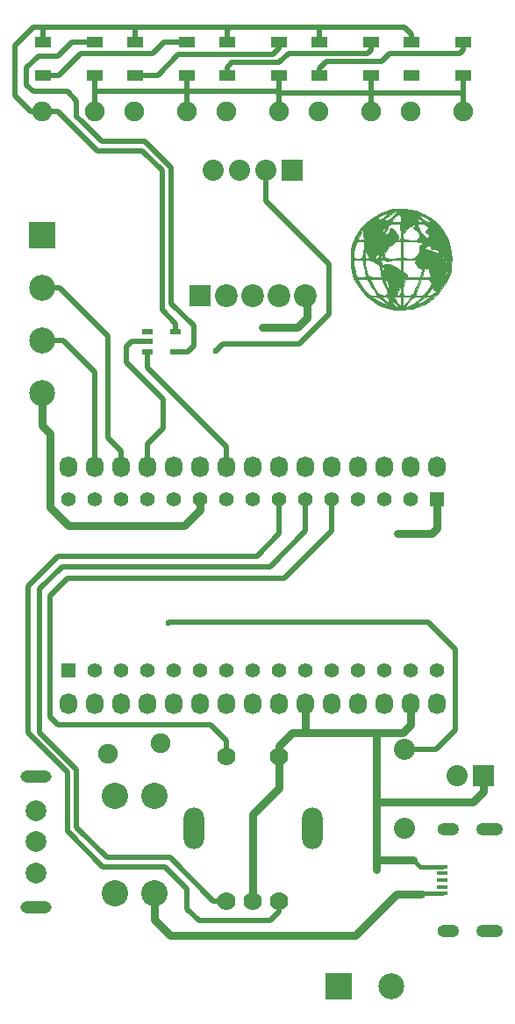
<source format=gbr>
G04 #@! TF.FileFunction,Copper,L1,Top,Signal*
%FSLAX46Y46*%
G04 Gerber Fmt 4.6, Leading zero omitted, Abs format (unit mm)*
G04 Created by KiCad (PCBNEW 4.0.4-stable) date 09/06/17 13:59:15*
%MOMM*%
%LPD*%
G01*
G04 APERTURE LIST*
%ADD10C,0.500000*%
%ADD11C,0.010000*%
%ADD12R,2.032000X2.032000*%
%ADD13C,2.032000*%
%ADD14C,1.905000*%
%ADD15O,1.727200X2.032000*%
%ADD16C,2.540000*%
%ADD17C,2.000000*%
%ADD18O,3.000000X1.200000*%
%ADD19R,1.100000X0.450000*%
%ADD20O,2.100000X1.200000*%
%ADD21O,2.600000X1.200000*%
%ADD22R,2.100580X2.100580*%
%ADD23C,2.199640*%
%ADD24R,2.499360X2.499360*%
%ADD25C,2.499360*%
%ADD26C,1.397000*%
%ADD27R,1.397000X1.397000*%
%ADD28C,0.010000*%
%ADD29C,1.778000*%
%ADD30O,1.998980X4.000500*%
%ADD31R,1.600000X1.000000*%
%ADD32R,1.000000X0.550000*%
%ADD33C,0.600000*%
%ADD34C,0.508000*%
%ADD35C,0.762000*%
%ADD36C,0.381000*%
G04 APERTURE END LIST*
D10*
D11*
G36*
X39346092Y80768486D02*
X39908908Y80723429D01*
X40383235Y80634807D01*
X40456706Y80613542D01*
X41273578Y80274299D01*
X42022366Y79794203D01*
X42552072Y79318761D01*
X43011128Y78790669D01*
X43357358Y78268757D01*
X43631748Y77688380D01*
X43701661Y77505568D01*
X43810208Y77080991D01*
X43877463Y76548005D01*
X43902724Y75962601D01*
X43885288Y75380766D01*
X43824454Y74858491D01*
X43739268Y74506667D01*
X43367352Y73639657D01*
X42874998Y72883171D01*
X42269541Y72245797D01*
X41558312Y71736122D01*
X41221847Y71558390D01*
X40843794Y71391722D01*
X40461020Y71245788D01*
X40140552Y71145533D01*
X40064332Y71127628D01*
X39706714Y71079357D01*
X39254732Y71053038D01*
X38782094Y71049998D01*
X38362508Y71071564D01*
X38184666Y71093786D01*
X37718855Y71209794D01*
X37198494Y71399168D01*
X36702263Y71630762D01*
X36432875Y71787273D01*
X35867718Y72225924D01*
X36322000Y72225924D01*
X36392788Y72155492D01*
X36582380Y72033474D01*
X36856614Y71880915D01*
X37009137Y71802590D01*
X37373528Y71627621D01*
X37643621Y71512920D01*
X37805182Y71462971D01*
X37843980Y71482259D01*
X37756224Y71567193D01*
X37619753Y71676597D01*
X37540248Y71741426D01*
X38190106Y71741426D01*
X38247397Y71604817D01*
X38357298Y71474632D01*
X38506337Y71353720D01*
X38648111Y71292979D01*
X38737631Y71302067D01*
X38736264Y71317756D01*
X39476409Y71317756D01*
X39518507Y71299848D01*
X39574702Y71317279D01*
X39761329Y71366830D01*
X39834202Y71374000D01*
X39953498Y71422093D01*
X40154601Y71546090D01*
X40265702Y71623855D01*
X40627351Y71623855D01*
X40641151Y71596793D01*
X40753851Y71628532D01*
X40767000Y71633157D01*
X40999427Y71732897D01*
X41279446Y71875799D01*
X41376457Y71930558D01*
X41652293Y72106355D01*
X41773844Y72223826D01*
X41743950Y72287769D01*
X41597496Y72303592D01*
X41357535Y72232632D01*
X41048671Y72019404D01*
X40936333Y71922529D01*
X40722421Y71726754D01*
X40627351Y71623855D01*
X40265702Y71623855D01*
X40396736Y71715572D01*
X40639129Y71900119D01*
X40841007Y72069312D01*
X40961597Y72192730D01*
X40978666Y72227844D01*
X40903142Y72274749D01*
X40712770Y72302292D01*
X40610920Y72305334D01*
X40394331Y72292663D01*
X40234297Y72233409D01*
X40075046Y72095708D01*
X39906977Y71903167D01*
X39661686Y71603620D01*
X39521149Y71413748D01*
X39476409Y71317756D01*
X38736264Y71317756D01*
X38729908Y71390645D01*
X38727401Y71395167D01*
X38593805Y71583738D01*
X38437586Y71743258D01*
X38304855Y71830900D01*
X38257026Y71832061D01*
X38190106Y71741426D01*
X37540248Y71741426D01*
X37407294Y71849836D01*
X37239504Y71987834D01*
X36909333Y72215380D01*
X36806854Y72248000D01*
X37253333Y72248000D01*
X37312398Y72163023D01*
X37460525Y72018503D01*
X37528500Y71959654D01*
X37701547Y71821491D01*
X37786722Y71787615D01*
X37822791Y71849901D01*
X37831528Y71896145D01*
X37832978Y72097541D01*
X37813019Y72184491D01*
X37774566Y72213750D01*
X38354000Y72213750D01*
X38401861Y72113433D01*
X38521633Y71935782D01*
X38677600Y71727282D01*
X38834043Y71534423D01*
X38955245Y71403691D01*
X38999199Y71374000D01*
X39016802Y71450603D01*
X39028474Y71648194D01*
X39031333Y71839667D01*
X39031333Y72305334D01*
X39200666Y72305334D01*
X39204460Y71818500D01*
X39208254Y71331667D01*
X39585460Y71752682D01*
X39776959Y71975596D01*
X39912726Y72151147D01*
X39962666Y72239515D01*
X39886958Y72278776D01*
X39695417Y72302320D01*
X39581666Y72305334D01*
X39200666Y72305334D01*
X39031333Y72305334D01*
X38692666Y72305334D01*
X38480498Y72285022D01*
X38362603Y72234259D01*
X38354000Y72213750D01*
X37774566Y72213750D01*
X37720317Y72255027D01*
X37551297Y72298738D01*
X37375992Y72307678D01*
X37264440Y72273900D01*
X37253333Y72248000D01*
X36806854Y72248000D01*
X36632739Y72303422D01*
X36588446Y72305334D01*
X36404774Y72283319D01*
X36322337Y72229928D01*
X36322000Y72225924D01*
X35867718Y72225924D01*
X35844751Y72243750D01*
X35307538Y72805899D01*
X34849426Y73435189D01*
X34582818Y73935167D01*
X34882983Y73935167D01*
X34937525Y73778396D01*
X35080001Y73539103D01*
X35280223Y73256092D01*
X35507998Y72968169D01*
X35733137Y72714136D01*
X35925450Y72532800D01*
X36022343Y72470705D01*
X36238144Y72414657D01*
X36471227Y72396382D01*
X36646318Y72419324D01*
X36682907Y72440464D01*
X36665774Y72530797D01*
X36569198Y72712151D01*
X36455663Y72884964D01*
X36253561Y73187132D01*
X36056688Y73505562D01*
X35980387Y73638834D01*
X35856949Y73847763D01*
X35817619Y73884794D01*
X36068000Y73884794D01*
X36114288Y73753777D01*
X36235069Y73529784D01*
X36403213Y73255289D01*
X36591591Y72972766D01*
X36773074Y72724691D01*
X36914437Y72559563D01*
X37129938Y72434669D01*
X37383473Y72407284D01*
X37607447Y72476490D01*
X37691560Y72558542D01*
X38583104Y72558542D01*
X38604657Y72434262D01*
X38763158Y72401559D01*
X38806489Y72406325D01*
X38909449Y72440158D01*
X38967260Y72531844D01*
X38995242Y72722513D01*
X39002356Y72875106D01*
X39199959Y72875106D01*
X39208513Y72614565D01*
X39251354Y72454479D01*
X39261014Y72442542D01*
X39375335Y72411290D01*
X39593659Y72402634D01*
X39705514Y72407264D01*
X39899913Y72425130D01*
X40033140Y72469286D01*
X40067281Y72501699D01*
X40434578Y72501699D01*
X40436044Y72462191D01*
X40550653Y72409779D01*
X40761996Y72392176D01*
X41001244Y72408644D01*
X41199570Y72458445D01*
X41225152Y72470646D01*
X41236173Y72480316D01*
X41571333Y72480316D01*
X41634506Y72396722D01*
X41793627Y72395526D01*
X42003094Y72466184D01*
X42217308Y72598154D01*
X42268497Y72641519D01*
X42431695Y72796175D01*
X42477178Y72870088D01*
X42415169Y72893450D01*
X42354500Y72895519D01*
X42200796Y72945851D01*
X42164000Y73025000D01*
X42123622Y73137749D01*
X42089382Y73152000D01*
X41993714Y73088447D01*
X41852618Y72933889D01*
X41707861Y72742480D01*
X41601208Y72568374D01*
X41571333Y72480316D01*
X41236173Y72480316D01*
X41349730Y72579951D01*
X41525473Y72785197D01*
X41695079Y73014813D01*
X41864036Y73268678D01*
X41947541Y73435100D01*
X41959586Y73563693D01*
X41914162Y73704071D01*
X41899158Y73738501D01*
X41809082Y73900840D01*
X41689344Y73976697D01*
X41478513Y73998080D01*
X41399866Y73998667D01*
X41015735Y73998667D01*
X40703582Y73266524D01*
X40572422Y72941224D01*
X40478527Y72673573D01*
X40434578Y72501699D01*
X40067281Y72501699D01*
X40141305Y72571974D01*
X40260516Y72765439D01*
X40397327Y73025000D01*
X40603740Y73424572D01*
X40729378Y73696617D01*
X40768113Y73865601D01*
X40713813Y73955991D01*
X40560350Y73992254D01*
X40301594Y73998855D01*
X40153386Y73998667D01*
X39486029Y73998667D01*
X39343347Y73699461D01*
X39271045Y73473554D01*
X39222026Y73180102D01*
X39199959Y72875106D01*
X39002356Y72875106D01*
X39005397Y72940334D01*
X39009267Y73201649D01*
X38997065Y73306350D01*
X38966355Y73266606D01*
X38949825Y73217768D01*
X38842903Y72981215D01*
X38701748Y72763316D01*
X38583104Y72558542D01*
X37691560Y72558542D01*
X37703561Y72570248D01*
X37729821Y72689477D01*
X37690298Y72885370D01*
X37577649Y73187074D01*
X37506299Y73353415D01*
X37290917Y73843513D01*
X37487638Y73843513D01*
X37541183Y73663742D01*
X37607980Y73490667D01*
X37712430Y73256408D01*
X37794587Y73102673D01*
X37826102Y73067334D01*
X37842029Y73141822D01*
X37831822Y73328869D01*
X37821234Y73418203D01*
X37737194Y73723799D01*
X37590840Y73887798D01*
X37490858Y73912704D01*
X37487638Y73843513D01*
X37290917Y73843513D01*
X37222731Y73998667D01*
X36645365Y73998667D01*
X36317564Y73988859D01*
X36133598Y73956209D01*
X36068930Y73895876D01*
X36068000Y73884794D01*
X35817619Y73884794D01*
X35743567Y73954515D01*
X35578518Y73993383D01*
X35332742Y73998667D01*
X35082660Y73987884D01*
X34919383Y73960156D01*
X34882983Y73935167D01*
X34582818Y73935167D01*
X34498607Y74093089D01*
X34288346Y74718381D01*
X34225905Y75143414D01*
X34198937Y75668934D01*
X34201590Y75871064D01*
X34433938Y75871064D01*
X34485193Y75322182D01*
X34532980Y74977815D01*
X34603670Y74653880D01*
X34662904Y74470650D01*
X34749012Y74291192D01*
X34849206Y74201802D01*
X35020760Y74171198D01*
X35217013Y74168000D01*
X35459627Y74179310D01*
X35613925Y74208257D01*
X35643244Y74231500D01*
X35626674Y74337629D01*
X35583475Y74568777D01*
X35521395Y74884154D01*
X35486447Y75057000D01*
X35379731Y75580368D01*
X35560000Y75580368D01*
X35585688Y75331483D01*
X35651716Y75014942D01*
X35741531Y74691218D01*
X35838578Y74420779D01*
X35917672Y74273834D01*
X36058018Y74211176D01*
X36339505Y74175149D01*
X36590203Y74168000D01*
X37176339Y74168000D01*
X37120597Y74485500D01*
X37050106Y74880936D01*
X37013326Y75046391D01*
X37182217Y75046391D01*
X37203315Y74961828D01*
X37272836Y74868111D01*
X37357708Y74915843D01*
X37411998Y75031429D01*
X37356344Y75114856D01*
X37243548Y75174389D01*
X37201951Y75160841D01*
X37182217Y75046391D01*
X37013326Y75046391D01*
X36991087Y75146427D01*
X36923342Y75318372D01*
X36826673Y75433170D01*
X36680879Y75527222D01*
X36487808Y75625805D01*
X36244592Y75732458D01*
X37115384Y75732458D01*
X37117274Y75727409D01*
X37163835Y75536681D01*
X37168666Y75473409D01*
X37233917Y75378388D01*
X37380607Y75357825D01*
X37535137Y75418072D01*
X37559773Y75439641D01*
X37695410Y75469381D01*
X37925605Y75426892D01*
X38203002Y75332322D01*
X38480245Y75205826D01*
X38709980Y75067553D01*
X38844850Y74937655D01*
X38862000Y74885493D01*
X38908409Y74774224D01*
X38946666Y74760667D01*
X38990910Y74838425D01*
X39021201Y75044407D01*
X39031333Y75311000D01*
X39031333Y75861334D01*
X39200666Y75861334D01*
X39200666Y75282257D01*
X39205747Y74971979D01*
X39230192Y74786883D01*
X39287807Y74682911D01*
X39392398Y74616002D01*
X39412333Y74606739D01*
X39578710Y74470390D01*
X39624000Y74339149D01*
X39638654Y74251464D01*
X39706116Y74200129D01*
X39861633Y74175583D01*
X40140454Y74168265D01*
X40255020Y74168000D01*
X40886040Y74168000D01*
X41067566Y74168000D01*
X41488783Y74168000D01*
X41745064Y74178553D01*
X41871623Y74219367D01*
X41907259Y74304181D01*
X41907307Y74316167D01*
X41855589Y74501846D01*
X41854311Y74504034D01*
X43295576Y74504034D01*
X43311587Y74414578D01*
X43379019Y74366685D01*
X43442654Y74469954D01*
X43498656Y74642660D01*
X43512715Y74715310D01*
X43469366Y74729319D01*
X43381648Y74659935D01*
X43295576Y74504034D01*
X41854311Y74504034D01*
X41786122Y74620730D01*
X41710044Y74791405D01*
X41713206Y74895897D01*
X41708310Y74999679D01*
X41671983Y75014667D01*
X41520556Y75042961D01*
X41452434Y75065607D01*
X41337888Y75050825D01*
X41240584Y74900546D01*
X41152949Y74600570D01*
X41120375Y74443167D01*
X41067566Y74168000D01*
X40886040Y74168000D01*
X40974214Y74485500D01*
X41044803Y74777146D01*
X41052439Y74941262D01*
X40995453Y75008172D01*
X40945104Y75014667D01*
X40828553Y75067460D01*
X40675361Y75198223D01*
X40521443Y75365535D01*
X40437536Y75480334D01*
X43518666Y75480334D01*
X43561000Y75438000D01*
X43603333Y75480334D01*
X43561000Y75522667D01*
X43518666Y75480334D01*
X40437536Y75480334D01*
X40402715Y75527975D01*
X40355091Y75644121D01*
X40373624Y75673764D01*
X40429721Y75724797D01*
X43293770Y75724797D01*
X43307000Y75692000D01*
X43383082Y75611230D01*
X43396663Y75607334D01*
X43433029Y75672840D01*
X43434000Y75692000D01*
X43368912Y75773414D01*
X43344336Y75776667D01*
X43293770Y75724797D01*
X40429721Y75724797D01*
X40465655Y75757487D01*
X40470666Y75783723D01*
X40392925Y75820819D01*
X40187281Y75848261D01*
X39895101Y75860994D01*
X39835666Y75861334D01*
X39200666Y75861334D01*
X39031333Y75861334D01*
X38569650Y75861334D01*
X38263532Y75843068D01*
X37994414Y75796472D01*
X37890020Y75762030D01*
X37701458Y75705104D01*
X37579080Y75755893D01*
X37572770Y75762030D01*
X37414088Y75840759D01*
X37269674Y75861334D01*
X37123802Y75832668D01*
X37115384Y75732458D01*
X36244592Y75732458D01*
X36198173Y75752813D01*
X35932587Y75837923D01*
X35792833Y75859915D01*
X35633115Y75840594D01*
X35569885Y75745649D01*
X35560000Y75580368D01*
X35379731Y75580368D01*
X35331072Y75819000D01*
X34433938Y75871064D01*
X34201590Y75871064D01*
X34206311Y76230567D01*
X34208624Y76260964D01*
X34434497Y76260964D01*
X34455394Y76112865D01*
X34534192Y76031116D01*
X34535061Y76030606D01*
X34738329Y75968376D01*
X34997550Y75952567D01*
X35221209Y75985618D01*
X35276825Y76010844D01*
X35326381Y76118407D01*
X35342695Y76195236D01*
X35533937Y76195236D01*
X35573810Y76057114D01*
X35577873Y76051834D01*
X35695275Y75956267D01*
X35831733Y75988763D01*
X35888003Y76022285D01*
X35951879Y76097943D01*
X35936834Y76163320D01*
X36538062Y76163320D01*
X36538805Y76019945D01*
X36559913Y75990310D01*
X36692584Y75952362D01*
X36828375Y76031643D01*
X36899388Y76179699D01*
X36893515Y76231045D01*
X37084000Y76231045D01*
X37110461Y76063697D01*
X37168519Y75984850D01*
X37226186Y76026602D01*
X37240106Y76074398D01*
X37217122Y76249163D01*
X37176606Y76310594D01*
X37103729Y76341348D01*
X37084000Y76231045D01*
X36893515Y76231045D01*
X36882257Y76329468D01*
X36802582Y76355684D01*
X37434180Y76355684D01*
X37438829Y76153141D01*
X37555744Y76023755D01*
X37613166Y76005753D01*
X37966645Y75965873D01*
X38368986Y75960651D01*
X38721067Y75990676D01*
X38766750Y75998917D01*
X39031333Y76051834D01*
X39031333Y76844073D01*
X39200666Y76844073D01*
X39202744Y76453216D01*
X39224852Y76200636D01*
X39290797Y76055318D01*
X39424390Y75986249D01*
X39649439Y75962414D01*
X39882557Y75955822D01*
X40141354Y75967249D01*
X40328578Y76040911D01*
X40460176Y76155102D01*
X43032564Y76155102D01*
X43049518Y76120967D01*
X43130251Y76033434D01*
X43145102Y76095163D01*
X43124549Y76161319D01*
X43062216Y76253525D01*
X43034062Y76251618D01*
X43032564Y76155102D01*
X40460176Y76155102D01*
X40524952Y76211309D01*
X40557060Y76244116D01*
X40738003Y76455478D01*
X40818280Y76644122D01*
X40830678Y76891562D01*
X40829501Y76921449D01*
X40830299Y76979730D01*
X41334321Y76979730D01*
X41358100Y76898774D01*
X41518633Y76877334D01*
X41719176Y76828818D01*
X41821410Y76755061D01*
X41969490Y76664846D01*
X42199092Y76604314D01*
X42233944Y76599960D01*
X42457011Y76574692D01*
X42602840Y76555057D01*
X42614708Y76552900D01*
X42660194Y76607657D01*
X42656311Y76686834D01*
X42641376Y76708000D01*
X42841333Y76708000D01*
X42870220Y76625535D01*
X42878669Y76623334D01*
X42950955Y76682663D01*
X42968333Y76708000D01*
X42961620Y76786019D01*
X42930996Y76792667D01*
X42844778Y76731207D01*
X42841333Y76708000D01*
X42641376Y76708000D01*
X42582036Y76792094D01*
X42388072Y76848588D01*
X42262044Y76861380D01*
X42023233Y76896200D01*
X41934523Y76959660D01*
X41938574Y76999010D01*
X41904136Y77112820D01*
X41784427Y77199945D01*
X41606812Y77242987D01*
X41467126Y77156121D01*
X41452461Y77140315D01*
X41334321Y76979730D01*
X40830299Y76979730D01*
X40832853Y77165971D01*
X40878123Y77279715D01*
X40944373Y77300667D01*
X41043907Y77364249D01*
X41047371Y77448834D01*
X41014271Y77515773D01*
X40925673Y77561224D01*
X40751947Y77590629D01*
X40463464Y77609429D01*
X40109829Y77621032D01*
X39200666Y77645063D01*
X39200666Y76844073D01*
X39031333Y76844073D01*
X39031333Y77639334D01*
X38744058Y77639334D01*
X38512808Y77602065D01*
X38408048Y77512334D01*
X38297337Y77399742D01*
X38234019Y77385334D01*
X38077616Y77325147D01*
X37892276Y77181434D01*
X37737792Y77009469D01*
X37673973Y76867625D01*
X37623675Y76711379D01*
X37546973Y76585985D01*
X37434180Y76355684D01*
X36802582Y76355684D01*
X36761096Y76369334D01*
X36625623Y76305148D01*
X36538062Y76163320D01*
X35936834Y76163320D01*
X35923278Y76222224D01*
X35848582Y76359656D01*
X35731997Y76533210D01*
X35645641Y76620782D01*
X35636282Y76623334D01*
X35572640Y76551412D01*
X35536036Y76384358D01*
X35533937Y76195236D01*
X35342695Y76195236D01*
X35376563Y76354728D01*
X35419771Y76679435D01*
X35435912Y76856215D01*
X35497174Y77639334D01*
X35118655Y77639334D01*
X34882298Y77630369D01*
X34755673Y77574679D01*
X34679218Y77429066D01*
X34635063Y77288631D01*
X34554686Y76976920D01*
X34481803Y76625176D01*
X34464556Y76523995D01*
X34434497Y76260964D01*
X34208624Y76260964D01*
X34246899Y76763937D01*
X34319568Y77204670D01*
X34332938Y77257956D01*
X34552549Y77842058D01*
X34922187Y77842058D01*
X35015969Y77751390D01*
X35200782Y77764235D01*
X35374112Y77811711D01*
X35449618Y77839397D01*
X35448016Y77925030D01*
X35425284Y78125264D01*
X35404009Y78277015D01*
X35389683Y78373327D01*
X37523488Y78373327D01*
X37614534Y78319732D01*
X37667608Y78316667D01*
X37834335Y78390955D01*
X37920548Y78603896D01*
X37930666Y78746925D01*
X37974916Y78888392D01*
X38089883Y78909446D01*
X38248893Y78828200D01*
X38425272Y78662766D01*
X38592345Y78431253D01*
X38694090Y78228563D01*
X38761016Y78026886D01*
X38741459Y77930774D01*
X38708868Y77912846D01*
X38644220Y77835189D01*
X38654802Y77801436D01*
X38714564Y77733420D01*
X38811017Y77743737D01*
X38897408Y77775392D01*
X38990986Y77900265D01*
X39027629Y78152698D01*
X39200666Y78152698D01*
X39212443Y77935739D01*
X39274922Y77833438D01*
X39428828Y77791413D01*
X39475833Y77785248D01*
X40019063Y77739185D01*
X40409438Y77754514D01*
X40644679Y77831100D01*
X40676285Y77857048D01*
X40776702Y78049343D01*
X40787391Y78289214D01*
X40722344Y78520973D01*
X40595555Y78688935D01*
X40454419Y78740000D01*
X40303837Y78797813D01*
X40234161Y78925876D01*
X40274535Y79056127D01*
X40307710Y79082609D01*
X40375352Y79176199D01*
X40358530Y79219025D01*
X40245498Y79230911D01*
X40129298Y79181295D01*
X39946341Y79098137D01*
X39845178Y79078667D01*
X39729805Y79011486D01*
X39589633Y78844106D01*
X39550551Y78782334D01*
X39420791Y78595729D01*
X39311110Y78492947D01*
X39288188Y78486000D01*
X39233025Y78410975D01*
X39202689Y78223889D01*
X39200666Y78152698D01*
X39027629Y78152698D01*
X39031021Y78176064D01*
X39016831Y78592842D01*
X38977491Y78939850D01*
X38934091Y79256492D01*
X40568764Y79256492D01*
X40603982Y79153163D01*
X40682333Y79078667D01*
X40783963Y78914164D01*
X40809333Y78773919D01*
X40884321Y78566531D01*
X41021000Y78435881D01*
X41172669Y78305984D01*
X41232666Y78196863D01*
X41299276Y78024781D01*
X41455635Y77953250D01*
X41579588Y77982419D01*
X41728356Y78085496D01*
X41778720Y78140410D01*
X41751411Y78232000D01*
X42037000Y78232000D01*
X42043712Y78153982D01*
X42074336Y78147334D01*
X42160554Y78208794D01*
X42164000Y78232000D01*
X42135113Y78314466D01*
X42126663Y78316667D01*
X42054377Y78257338D01*
X42037000Y78232000D01*
X41751411Y78232000D01*
X41750259Y78235862D01*
X41618037Y78368275D01*
X41594082Y78386332D01*
X41523082Y78443667D01*
X42248666Y78443667D01*
X42291000Y78401334D01*
X42333333Y78443667D01*
X42291000Y78486000D01*
X42248666Y78443667D01*
X41523082Y78443667D01*
X41443586Y78507862D01*
X41433381Y78542445D01*
X42530888Y78542445D01*
X42542511Y78492111D01*
X42587333Y78486000D01*
X42657023Y78516979D01*
X42643777Y78542445D01*
X42543298Y78552578D01*
X42530888Y78542445D01*
X41433381Y78542445D01*
X41417797Y78595250D01*
X41492708Y78697667D01*
X42079333Y78697667D01*
X42121666Y78655334D01*
X42164000Y78697667D01*
X42121666Y78740000D01*
X42079333Y78697667D01*
X41492708Y78697667D01*
X41501136Y78709189D01*
X41508979Y78717878D01*
X41634291Y78891047D01*
X41625928Y79032093D01*
X41515877Y79177834D01*
X41349756Y79280501D01*
X41684769Y79280501D01*
X41698333Y79248000D01*
X41810492Y79166495D01*
X41835326Y79163334D01*
X41881230Y79215500D01*
X41867666Y79248000D01*
X41755507Y79329506D01*
X41730673Y79332667D01*
X41684769Y79280501D01*
X41349756Y79280501D01*
X41335661Y79289212D01*
X41040514Y79331557D01*
X40965544Y79332667D01*
X40687276Y79314524D01*
X40568764Y79256492D01*
X38934091Y79256492D01*
X38923650Y79332667D01*
X38482614Y79332667D01*
X38181097Y79312136D01*
X37971420Y79228285D01*
X37804259Y79047727D01*
X37644543Y78765372D01*
X37533929Y78513368D01*
X37523488Y78373327D01*
X35389683Y78373327D01*
X35355692Y78601826D01*
X37258958Y78601826D01*
X37324409Y78570667D01*
X37406116Y78639324D01*
X37500828Y78801868D01*
X37568242Y78958415D01*
X37549567Y78976775D01*
X37429751Y78873413D01*
X37287761Y78712177D01*
X37258958Y78601826D01*
X35355692Y78601826D01*
X35341434Y78697667D01*
X35106015Y78329956D01*
X34951795Y78037346D01*
X34922187Y77842058D01*
X34552549Y77842058D01*
X34624444Y78033275D01*
X35061688Y78751426D01*
X35625433Y79393418D01*
X35864087Y79587911D01*
X38184666Y79587911D01*
X38260811Y79538904D01*
X38455502Y79507799D01*
X38608000Y79502000D01*
X39031333Y79502000D01*
X39031333Y79671334D01*
X40640000Y79671334D01*
X40689608Y79538549D01*
X40851666Y79502000D01*
X41010797Y79529970D01*
X41063333Y79583688D01*
X40997773Y79677343D01*
X40853291Y79780295D01*
X40708188Y79838950D01*
X40687899Y79840667D01*
X40648927Y79769487D01*
X40640000Y79671334D01*
X39031333Y79671334D01*
X39031333Y79787967D01*
X38992170Y80022313D01*
X38927133Y80133445D01*
X40768532Y80133445D01*
X40839728Y80030948D01*
X40989504Y79893193D01*
X41184442Y79745935D01*
X41391126Y79614929D01*
X41576140Y79525930D01*
X41682163Y79502230D01*
X41840810Y79527131D01*
X41866576Y79588431D01*
X41754617Y79688749D01*
X41543101Y79826982D01*
X41286334Y79973002D01*
X41038626Y80096683D01*
X40854283Y80167898D01*
X40809333Y80174929D01*
X40768532Y80133445D01*
X38927133Y80133445D01*
X38896465Y80185848D01*
X38895016Y80187066D01*
X38797962Y80238295D01*
X38692608Y80201697D01*
X38537403Y80057637D01*
X38471683Y79987010D01*
X38305805Y79790098D01*
X38202145Y79636434D01*
X38184666Y79587911D01*
X35864087Y79587911D01*
X35968945Y79673365D01*
X37315029Y79673365D01*
X37339768Y79632847D01*
X37499419Y79626257D01*
X37582226Y79628047D01*
X37778262Y79649248D01*
X37941850Y79721181D01*
X38121220Y79873529D01*
X38312047Y80077208D01*
X38495939Y80292642D01*
X38611289Y80449670D01*
X38635627Y80517339D01*
X38632031Y80518000D01*
X38514807Y80474508D01*
X38302745Y80362138D01*
X38040472Y80208052D01*
X37772613Y80039411D01*
X37543796Y79883376D01*
X37399191Y79767647D01*
X37315029Y79673365D01*
X35968945Y79673365D01*
X36196625Y79858913D01*
X36795218Y79858913D01*
X36833602Y79793994D01*
X36892826Y79732709D01*
X36959695Y79717337D01*
X37066748Y79761132D01*
X37246524Y79877349D01*
X37528500Y80077052D01*
X37743929Y80235856D01*
X37889881Y80352628D01*
X37930666Y80395187D01*
X37861141Y80392036D01*
X37684257Y80337942D01*
X37447553Y80250377D01*
X37198567Y80146814D01*
X37002967Y80054213D01*
X36830984Y79947370D01*
X36795218Y79858913D01*
X36196625Y79858913D01*
X36296445Y79940261D01*
X37055487Y80372966D01*
X37755533Y80636843D01*
X38206522Y80725735D01*
X38757670Y80769435D01*
X39346092Y80768486D01*
X39346092Y80768486D01*
G37*
X39346092Y80768486D02*
X39908908Y80723429D01*
X40383235Y80634807D01*
X40456706Y80613542D01*
X41273578Y80274299D01*
X42022366Y79794203D01*
X42552072Y79318761D01*
X43011128Y78790669D01*
X43357358Y78268757D01*
X43631748Y77688380D01*
X43701661Y77505568D01*
X43810208Y77080991D01*
X43877463Y76548005D01*
X43902724Y75962601D01*
X43885288Y75380766D01*
X43824454Y74858491D01*
X43739268Y74506667D01*
X43367352Y73639657D01*
X42874998Y72883171D01*
X42269541Y72245797D01*
X41558312Y71736122D01*
X41221847Y71558390D01*
X40843794Y71391722D01*
X40461020Y71245788D01*
X40140552Y71145533D01*
X40064332Y71127628D01*
X39706714Y71079357D01*
X39254732Y71053038D01*
X38782094Y71049998D01*
X38362508Y71071564D01*
X38184666Y71093786D01*
X37718855Y71209794D01*
X37198494Y71399168D01*
X36702263Y71630762D01*
X36432875Y71787273D01*
X35867718Y72225924D01*
X36322000Y72225924D01*
X36392788Y72155492D01*
X36582380Y72033474D01*
X36856614Y71880915D01*
X37009137Y71802590D01*
X37373528Y71627621D01*
X37643621Y71512920D01*
X37805182Y71462971D01*
X37843980Y71482259D01*
X37756224Y71567193D01*
X37619753Y71676597D01*
X37540248Y71741426D01*
X38190106Y71741426D01*
X38247397Y71604817D01*
X38357298Y71474632D01*
X38506337Y71353720D01*
X38648111Y71292979D01*
X38737631Y71302067D01*
X38736264Y71317756D01*
X39476409Y71317756D01*
X39518507Y71299848D01*
X39574702Y71317279D01*
X39761329Y71366830D01*
X39834202Y71374000D01*
X39953498Y71422093D01*
X40154601Y71546090D01*
X40265702Y71623855D01*
X40627351Y71623855D01*
X40641151Y71596793D01*
X40753851Y71628532D01*
X40767000Y71633157D01*
X40999427Y71732897D01*
X41279446Y71875799D01*
X41376457Y71930558D01*
X41652293Y72106355D01*
X41773844Y72223826D01*
X41743950Y72287769D01*
X41597496Y72303592D01*
X41357535Y72232632D01*
X41048671Y72019404D01*
X40936333Y71922529D01*
X40722421Y71726754D01*
X40627351Y71623855D01*
X40265702Y71623855D01*
X40396736Y71715572D01*
X40639129Y71900119D01*
X40841007Y72069312D01*
X40961597Y72192730D01*
X40978666Y72227844D01*
X40903142Y72274749D01*
X40712770Y72302292D01*
X40610920Y72305334D01*
X40394331Y72292663D01*
X40234297Y72233409D01*
X40075046Y72095708D01*
X39906977Y71903167D01*
X39661686Y71603620D01*
X39521149Y71413748D01*
X39476409Y71317756D01*
X38736264Y71317756D01*
X38729908Y71390645D01*
X38727401Y71395167D01*
X38593805Y71583738D01*
X38437586Y71743258D01*
X38304855Y71830900D01*
X38257026Y71832061D01*
X38190106Y71741426D01*
X37540248Y71741426D01*
X37407294Y71849836D01*
X37239504Y71987834D01*
X36909333Y72215380D01*
X36806854Y72248000D01*
X37253333Y72248000D01*
X37312398Y72163023D01*
X37460525Y72018503D01*
X37528500Y71959654D01*
X37701547Y71821491D01*
X37786722Y71787615D01*
X37822791Y71849901D01*
X37831528Y71896145D01*
X37832978Y72097541D01*
X37813019Y72184491D01*
X37774566Y72213750D01*
X38354000Y72213750D01*
X38401861Y72113433D01*
X38521633Y71935782D01*
X38677600Y71727282D01*
X38834043Y71534423D01*
X38955245Y71403691D01*
X38999199Y71374000D01*
X39016802Y71450603D01*
X39028474Y71648194D01*
X39031333Y71839667D01*
X39031333Y72305334D01*
X39200666Y72305334D01*
X39204460Y71818500D01*
X39208254Y71331667D01*
X39585460Y71752682D01*
X39776959Y71975596D01*
X39912726Y72151147D01*
X39962666Y72239515D01*
X39886958Y72278776D01*
X39695417Y72302320D01*
X39581666Y72305334D01*
X39200666Y72305334D01*
X39031333Y72305334D01*
X38692666Y72305334D01*
X38480498Y72285022D01*
X38362603Y72234259D01*
X38354000Y72213750D01*
X37774566Y72213750D01*
X37720317Y72255027D01*
X37551297Y72298738D01*
X37375992Y72307678D01*
X37264440Y72273900D01*
X37253333Y72248000D01*
X36806854Y72248000D01*
X36632739Y72303422D01*
X36588446Y72305334D01*
X36404774Y72283319D01*
X36322337Y72229928D01*
X36322000Y72225924D01*
X35867718Y72225924D01*
X35844751Y72243750D01*
X35307538Y72805899D01*
X34849426Y73435189D01*
X34582818Y73935167D01*
X34882983Y73935167D01*
X34937525Y73778396D01*
X35080001Y73539103D01*
X35280223Y73256092D01*
X35507998Y72968169D01*
X35733137Y72714136D01*
X35925450Y72532800D01*
X36022343Y72470705D01*
X36238144Y72414657D01*
X36471227Y72396382D01*
X36646318Y72419324D01*
X36682907Y72440464D01*
X36665774Y72530797D01*
X36569198Y72712151D01*
X36455663Y72884964D01*
X36253561Y73187132D01*
X36056688Y73505562D01*
X35980387Y73638834D01*
X35856949Y73847763D01*
X35817619Y73884794D01*
X36068000Y73884794D01*
X36114288Y73753777D01*
X36235069Y73529784D01*
X36403213Y73255289D01*
X36591591Y72972766D01*
X36773074Y72724691D01*
X36914437Y72559563D01*
X37129938Y72434669D01*
X37383473Y72407284D01*
X37607447Y72476490D01*
X37691560Y72558542D01*
X38583104Y72558542D01*
X38604657Y72434262D01*
X38763158Y72401559D01*
X38806489Y72406325D01*
X38909449Y72440158D01*
X38967260Y72531844D01*
X38995242Y72722513D01*
X39002356Y72875106D01*
X39199959Y72875106D01*
X39208513Y72614565D01*
X39251354Y72454479D01*
X39261014Y72442542D01*
X39375335Y72411290D01*
X39593659Y72402634D01*
X39705514Y72407264D01*
X39899913Y72425130D01*
X40033140Y72469286D01*
X40067281Y72501699D01*
X40434578Y72501699D01*
X40436044Y72462191D01*
X40550653Y72409779D01*
X40761996Y72392176D01*
X41001244Y72408644D01*
X41199570Y72458445D01*
X41225152Y72470646D01*
X41236173Y72480316D01*
X41571333Y72480316D01*
X41634506Y72396722D01*
X41793627Y72395526D01*
X42003094Y72466184D01*
X42217308Y72598154D01*
X42268497Y72641519D01*
X42431695Y72796175D01*
X42477178Y72870088D01*
X42415169Y72893450D01*
X42354500Y72895519D01*
X42200796Y72945851D01*
X42164000Y73025000D01*
X42123622Y73137749D01*
X42089382Y73152000D01*
X41993714Y73088447D01*
X41852618Y72933889D01*
X41707861Y72742480D01*
X41601208Y72568374D01*
X41571333Y72480316D01*
X41236173Y72480316D01*
X41349730Y72579951D01*
X41525473Y72785197D01*
X41695079Y73014813D01*
X41864036Y73268678D01*
X41947541Y73435100D01*
X41959586Y73563693D01*
X41914162Y73704071D01*
X41899158Y73738501D01*
X41809082Y73900840D01*
X41689344Y73976697D01*
X41478513Y73998080D01*
X41399866Y73998667D01*
X41015735Y73998667D01*
X40703582Y73266524D01*
X40572422Y72941224D01*
X40478527Y72673573D01*
X40434578Y72501699D01*
X40067281Y72501699D01*
X40141305Y72571974D01*
X40260516Y72765439D01*
X40397327Y73025000D01*
X40603740Y73424572D01*
X40729378Y73696617D01*
X40768113Y73865601D01*
X40713813Y73955991D01*
X40560350Y73992254D01*
X40301594Y73998855D01*
X40153386Y73998667D01*
X39486029Y73998667D01*
X39343347Y73699461D01*
X39271045Y73473554D01*
X39222026Y73180102D01*
X39199959Y72875106D01*
X39002356Y72875106D01*
X39005397Y72940334D01*
X39009267Y73201649D01*
X38997065Y73306350D01*
X38966355Y73266606D01*
X38949825Y73217768D01*
X38842903Y72981215D01*
X38701748Y72763316D01*
X38583104Y72558542D01*
X37691560Y72558542D01*
X37703561Y72570248D01*
X37729821Y72689477D01*
X37690298Y72885370D01*
X37577649Y73187074D01*
X37506299Y73353415D01*
X37290917Y73843513D01*
X37487638Y73843513D01*
X37541183Y73663742D01*
X37607980Y73490667D01*
X37712430Y73256408D01*
X37794587Y73102673D01*
X37826102Y73067334D01*
X37842029Y73141822D01*
X37831822Y73328869D01*
X37821234Y73418203D01*
X37737194Y73723799D01*
X37590840Y73887798D01*
X37490858Y73912704D01*
X37487638Y73843513D01*
X37290917Y73843513D01*
X37222731Y73998667D01*
X36645365Y73998667D01*
X36317564Y73988859D01*
X36133598Y73956209D01*
X36068930Y73895876D01*
X36068000Y73884794D01*
X35817619Y73884794D01*
X35743567Y73954515D01*
X35578518Y73993383D01*
X35332742Y73998667D01*
X35082660Y73987884D01*
X34919383Y73960156D01*
X34882983Y73935167D01*
X34582818Y73935167D01*
X34498607Y74093089D01*
X34288346Y74718381D01*
X34225905Y75143414D01*
X34198937Y75668934D01*
X34201590Y75871064D01*
X34433938Y75871064D01*
X34485193Y75322182D01*
X34532980Y74977815D01*
X34603670Y74653880D01*
X34662904Y74470650D01*
X34749012Y74291192D01*
X34849206Y74201802D01*
X35020760Y74171198D01*
X35217013Y74168000D01*
X35459627Y74179310D01*
X35613925Y74208257D01*
X35643244Y74231500D01*
X35626674Y74337629D01*
X35583475Y74568777D01*
X35521395Y74884154D01*
X35486447Y75057000D01*
X35379731Y75580368D01*
X35560000Y75580368D01*
X35585688Y75331483D01*
X35651716Y75014942D01*
X35741531Y74691218D01*
X35838578Y74420779D01*
X35917672Y74273834D01*
X36058018Y74211176D01*
X36339505Y74175149D01*
X36590203Y74168000D01*
X37176339Y74168000D01*
X37120597Y74485500D01*
X37050106Y74880936D01*
X37013326Y75046391D01*
X37182217Y75046391D01*
X37203315Y74961828D01*
X37272836Y74868111D01*
X37357708Y74915843D01*
X37411998Y75031429D01*
X37356344Y75114856D01*
X37243548Y75174389D01*
X37201951Y75160841D01*
X37182217Y75046391D01*
X37013326Y75046391D01*
X36991087Y75146427D01*
X36923342Y75318372D01*
X36826673Y75433170D01*
X36680879Y75527222D01*
X36487808Y75625805D01*
X36244592Y75732458D01*
X37115384Y75732458D01*
X37117274Y75727409D01*
X37163835Y75536681D01*
X37168666Y75473409D01*
X37233917Y75378388D01*
X37380607Y75357825D01*
X37535137Y75418072D01*
X37559773Y75439641D01*
X37695410Y75469381D01*
X37925605Y75426892D01*
X38203002Y75332322D01*
X38480245Y75205826D01*
X38709980Y75067553D01*
X38844850Y74937655D01*
X38862000Y74885493D01*
X38908409Y74774224D01*
X38946666Y74760667D01*
X38990910Y74838425D01*
X39021201Y75044407D01*
X39031333Y75311000D01*
X39031333Y75861334D01*
X39200666Y75861334D01*
X39200666Y75282257D01*
X39205747Y74971979D01*
X39230192Y74786883D01*
X39287807Y74682911D01*
X39392398Y74616002D01*
X39412333Y74606739D01*
X39578710Y74470390D01*
X39624000Y74339149D01*
X39638654Y74251464D01*
X39706116Y74200129D01*
X39861633Y74175583D01*
X40140454Y74168265D01*
X40255020Y74168000D01*
X40886040Y74168000D01*
X41067566Y74168000D01*
X41488783Y74168000D01*
X41745064Y74178553D01*
X41871623Y74219367D01*
X41907259Y74304181D01*
X41907307Y74316167D01*
X41855589Y74501846D01*
X41854311Y74504034D01*
X43295576Y74504034D01*
X43311587Y74414578D01*
X43379019Y74366685D01*
X43442654Y74469954D01*
X43498656Y74642660D01*
X43512715Y74715310D01*
X43469366Y74729319D01*
X43381648Y74659935D01*
X43295576Y74504034D01*
X41854311Y74504034D01*
X41786122Y74620730D01*
X41710044Y74791405D01*
X41713206Y74895897D01*
X41708310Y74999679D01*
X41671983Y75014667D01*
X41520556Y75042961D01*
X41452434Y75065607D01*
X41337888Y75050825D01*
X41240584Y74900546D01*
X41152949Y74600570D01*
X41120375Y74443167D01*
X41067566Y74168000D01*
X40886040Y74168000D01*
X40974214Y74485500D01*
X41044803Y74777146D01*
X41052439Y74941262D01*
X40995453Y75008172D01*
X40945104Y75014667D01*
X40828553Y75067460D01*
X40675361Y75198223D01*
X40521443Y75365535D01*
X40437536Y75480334D01*
X43518666Y75480334D01*
X43561000Y75438000D01*
X43603333Y75480334D01*
X43561000Y75522667D01*
X43518666Y75480334D01*
X40437536Y75480334D01*
X40402715Y75527975D01*
X40355091Y75644121D01*
X40373624Y75673764D01*
X40429721Y75724797D01*
X43293770Y75724797D01*
X43307000Y75692000D01*
X43383082Y75611230D01*
X43396663Y75607334D01*
X43433029Y75672840D01*
X43434000Y75692000D01*
X43368912Y75773414D01*
X43344336Y75776667D01*
X43293770Y75724797D01*
X40429721Y75724797D01*
X40465655Y75757487D01*
X40470666Y75783723D01*
X40392925Y75820819D01*
X40187281Y75848261D01*
X39895101Y75860994D01*
X39835666Y75861334D01*
X39200666Y75861334D01*
X39031333Y75861334D01*
X38569650Y75861334D01*
X38263532Y75843068D01*
X37994414Y75796472D01*
X37890020Y75762030D01*
X37701458Y75705104D01*
X37579080Y75755893D01*
X37572770Y75762030D01*
X37414088Y75840759D01*
X37269674Y75861334D01*
X37123802Y75832668D01*
X37115384Y75732458D01*
X36244592Y75732458D01*
X36198173Y75752813D01*
X35932587Y75837923D01*
X35792833Y75859915D01*
X35633115Y75840594D01*
X35569885Y75745649D01*
X35560000Y75580368D01*
X35379731Y75580368D01*
X35331072Y75819000D01*
X34433938Y75871064D01*
X34201590Y75871064D01*
X34206311Y76230567D01*
X34208624Y76260964D01*
X34434497Y76260964D01*
X34455394Y76112865D01*
X34534192Y76031116D01*
X34535061Y76030606D01*
X34738329Y75968376D01*
X34997550Y75952567D01*
X35221209Y75985618D01*
X35276825Y76010844D01*
X35326381Y76118407D01*
X35342695Y76195236D01*
X35533937Y76195236D01*
X35573810Y76057114D01*
X35577873Y76051834D01*
X35695275Y75956267D01*
X35831733Y75988763D01*
X35888003Y76022285D01*
X35951879Y76097943D01*
X35936834Y76163320D01*
X36538062Y76163320D01*
X36538805Y76019945D01*
X36559913Y75990310D01*
X36692584Y75952362D01*
X36828375Y76031643D01*
X36899388Y76179699D01*
X36893515Y76231045D01*
X37084000Y76231045D01*
X37110461Y76063697D01*
X37168519Y75984850D01*
X37226186Y76026602D01*
X37240106Y76074398D01*
X37217122Y76249163D01*
X37176606Y76310594D01*
X37103729Y76341348D01*
X37084000Y76231045D01*
X36893515Y76231045D01*
X36882257Y76329468D01*
X36802582Y76355684D01*
X37434180Y76355684D01*
X37438829Y76153141D01*
X37555744Y76023755D01*
X37613166Y76005753D01*
X37966645Y75965873D01*
X38368986Y75960651D01*
X38721067Y75990676D01*
X38766750Y75998917D01*
X39031333Y76051834D01*
X39031333Y76844073D01*
X39200666Y76844073D01*
X39202744Y76453216D01*
X39224852Y76200636D01*
X39290797Y76055318D01*
X39424390Y75986249D01*
X39649439Y75962414D01*
X39882557Y75955822D01*
X40141354Y75967249D01*
X40328578Y76040911D01*
X40460176Y76155102D01*
X43032564Y76155102D01*
X43049518Y76120967D01*
X43130251Y76033434D01*
X43145102Y76095163D01*
X43124549Y76161319D01*
X43062216Y76253525D01*
X43034062Y76251618D01*
X43032564Y76155102D01*
X40460176Y76155102D01*
X40524952Y76211309D01*
X40557060Y76244116D01*
X40738003Y76455478D01*
X40818280Y76644122D01*
X40830678Y76891562D01*
X40829501Y76921449D01*
X40830299Y76979730D01*
X41334321Y76979730D01*
X41358100Y76898774D01*
X41518633Y76877334D01*
X41719176Y76828818D01*
X41821410Y76755061D01*
X41969490Y76664846D01*
X42199092Y76604314D01*
X42233944Y76599960D01*
X42457011Y76574692D01*
X42602840Y76555057D01*
X42614708Y76552900D01*
X42660194Y76607657D01*
X42656311Y76686834D01*
X42641376Y76708000D01*
X42841333Y76708000D01*
X42870220Y76625535D01*
X42878669Y76623334D01*
X42950955Y76682663D01*
X42968333Y76708000D01*
X42961620Y76786019D01*
X42930996Y76792667D01*
X42844778Y76731207D01*
X42841333Y76708000D01*
X42641376Y76708000D01*
X42582036Y76792094D01*
X42388072Y76848588D01*
X42262044Y76861380D01*
X42023233Y76896200D01*
X41934523Y76959660D01*
X41938574Y76999010D01*
X41904136Y77112820D01*
X41784427Y77199945D01*
X41606812Y77242987D01*
X41467126Y77156121D01*
X41452461Y77140315D01*
X41334321Y76979730D01*
X40830299Y76979730D01*
X40832853Y77165971D01*
X40878123Y77279715D01*
X40944373Y77300667D01*
X41043907Y77364249D01*
X41047371Y77448834D01*
X41014271Y77515773D01*
X40925673Y77561224D01*
X40751947Y77590629D01*
X40463464Y77609429D01*
X40109829Y77621032D01*
X39200666Y77645063D01*
X39200666Y76844073D01*
X39031333Y76844073D01*
X39031333Y77639334D01*
X38744058Y77639334D01*
X38512808Y77602065D01*
X38408048Y77512334D01*
X38297337Y77399742D01*
X38234019Y77385334D01*
X38077616Y77325147D01*
X37892276Y77181434D01*
X37737792Y77009469D01*
X37673973Y76867625D01*
X37623675Y76711379D01*
X37546973Y76585985D01*
X37434180Y76355684D01*
X36802582Y76355684D01*
X36761096Y76369334D01*
X36625623Y76305148D01*
X36538062Y76163320D01*
X35936834Y76163320D01*
X35923278Y76222224D01*
X35848582Y76359656D01*
X35731997Y76533210D01*
X35645641Y76620782D01*
X35636282Y76623334D01*
X35572640Y76551412D01*
X35536036Y76384358D01*
X35533937Y76195236D01*
X35342695Y76195236D01*
X35376563Y76354728D01*
X35419771Y76679435D01*
X35435912Y76856215D01*
X35497174Y77639334D01*
X35118655Y77639334D01*
X34882298Y77630369D01*
X34755673Y77574679D01*
X34679218Y77429066D01*
X34635063Y77288631D01*
X34554686Y76976920D01*
X34481803Y76625176D01*
X34464556Y76523995D01*
X34434497Y76260964D01*
X34208624Y76260964D01*
X34246899Y76763937D01*
X34319568Y77204670D01*
X34332938Y77257956D01*
X34552549Y77842058D01*
X34922187Y77842058D01*
X35015969Y77751390D01*
X35200782Y77764235D01*
X35374112Y77811711D01*
X35449618Y77839397D01*
X35448016Y77925030D01*
X35425284Y78125264D01*
X35404009Y78277015D01*
X35389683Y78373327D01*
X37523488Y78373327D01*
X37614534Y78319732D01*
X37667608Y78316667D01*
X37834335Y78390955D01*
X37920548Y78603896D01*
X37930666Y78746925D01*
X37974916Y78888392D01*
X38089883Y78909446D01*
X38248893Y78828200D01*
X38425272Y78662766D01*
X38592345Y78431253D01*
X38694090Y78228563D01*
X38761016Y78026886D01*
X38741459Y77930774D01*
X38708868Y77912846D01*
X38644220Y77835189D01*
X38654802Y77801436D01*
X38714564Y77733420D01*
X38811017Y77743737D01*
X38897408Y77775392D01*
X38990986Y77900265D01*
X39027629Y78152698D01*
X39200666Y78152698D01*
X39212443Y77935739D01*
X39274922Y77833438D01*
X39428828Y77791413D01*
X39475833Y77785248D01*
X40019063Y77739185D01*
X40409438Y77754514D01*
X40644679Y77831100D01*
X40676285Y77857048D01*
X40776702Y78049343D01*
X40787391Y78289214D01*
X40722344Y78520973D01*
X40595555Y78688935D01*
X40454419Y78740000D01*
X40303837Y78797813D01*
X40234161Y78925876D01*
X40274535Y79056127D01*
X40307710Y79082609D01*
X40375352Y79176199D01*
X40358530Y79219025D01*
X40245498Y79230911D01*
X40129298Y79181295D01*
X39946341Y79098137D01*
X39845178Y79078667D01*
X39729805Y79011486D01*
X39589633Y78844106D01*
X39550551Y78782334D01*
X39420791Y78595729D01*
X39311110Y78492947D01*
X39288188Y78486000D01*
X39233025Y78410975D01*
X39202689Y78223889D01*
X39200666Y78152698D01*
X39027629Y78152698D01*
X39031021Y78176064D01*
X39016831Y78592842D01*
X38977491Y78939850D01*
X38934091Y79256492D01*
X40568764Y79256492D01*
X40603982Y79153163D01*
X40682333Y79078667D01*
X40783963Y78914164D01*
X40809333Y78773919D01*
X40884321Y78566531D01*
X41021000Y78435881D01*
X41172669Y78305984D01*
X41232666Y78196863D01*
X41299276Y78024781D01*
X41455635Y77953250D01*
X41579588Y77982419D01*
X41728356Y78085496D01*
X41778720Y78140410D01*
X41751411Y78232000D01*
X42037000Y78232000D01*
X42043712Y78153982D01*
X42074336Y78147334D01*
X42160554Y78208794D01*
X42164000Y78232000D01*
X42135113Y78314466D01*
X42126663Y78316667D01*
X42054377Y78257338D01*
X42037000Y78232000D01*
X41751411Y78232000D01*
X41750259Y78235862D01*
X41618037Y78368275D01*
X41594082Y78386332D01*
X41523082Y78443667D01*
X42248666Y78443667D01*
X42291000Y78401334D01*
X42333333Y78443667D01*
X42291000Y78486000D01*
X42248666Y78443667D01*
X41523082Y78443667D01*
X41443586Y78507862D01*
X41433381Y78542445D01*
X42530888Y78542445D01*
X42542511Y78492111D01*
X42587333Y78486000D01*
X42657023Y78516979D01*
X42643777Y78542445D01*
X42543298Y78552578D01*
X42530888Y78542445D01*
X41433381Y78542445D01*
X41417797Y78595250D01*
X41492708Y78697667D01*
X42079333Y78697667D01*
X42121666Y78655334D01*
X42164000Y78697667D01*
X42121666Y78740000D01*
X42079333Y78697667D01*
X41492708Y78697667D01*
X41501136Y78709189D01*
X41508979Y78717878D01*
X41634291Y78891047D01*
X41625928Y79032093D01*
X41515877Y79177834D01*
X41349756Y79280501D01*
X41684769Y79280501D01*
X41698333Y79248000D01*
X41810492Y79166495D01*
X41835326Y79163334D01*
X41881230Y79215500D01*
X41867666Y79248000D01*
X41755507Y79329506D01*
X41730673Y79332667D01*
X41684769Y79280501D01*
X41349756Y79280501D01*
X41335661Y79289212D01*
X41040514Y79331557D01*
X40965544Y79332667D01*
X40687276Y79314524D01*
X40568764Y79256492D01*
X38934091Y79256492D01*
X38923650Y79332667D01*
X38482614Y79332667D01*
X38181097Y79312136D01*
X37971420Y79228285D01*
X37804259Y79047727D01*
X37644543Y78765372D01*
X37533929Y78513368D01*
X37523488Y78373327D01*
X35389683Y78373327D01*
X35355692Y78601826D01*
X37258958Y78601826D01*
X37324409Y78570667D01*
X37406116Y78639324D01*
X37500828Y78801868D01*
X37568242Y78958415D01*
X37549567Y78976775D01*
X37429751Y78873413D01*
X37287761Y78712177D01*
X37258958Y78601826D01*
X35355692Y78601826D01*
X35341434Y78697667D01*
X35106015Y78329956D01*
X34951795Y78037346D01*
X34922187Y77842058D01*
X34552549Y77842058D01*
X34624444Y78033275D01*
X35061688Y78751426D01*
X35625433Y79393418D01*
X35864087Y79587911D01*
X38184666Y79587911D01*
X38260811Y79538904D01*
X38455502Y79507799D01*
X38608000Y79502000D01*
X39031333Y79502000D01*
X39031333Y79671334D01*
X40640000Y79671334D01*
X40689608Y79538549D01*
X40851666Y79502000D01*
X41010797Y79529970D01*
X41063333Y79583688D01*
X40997773Y79677343D01*
X40853291Y79780295D01*
X40708188Y79838950D01*
X40687899Y79840667D01*
X40648927Y79769487D01*
X40640000Y79671334D01*
X39031333Y79671334D01*
X39031333Y79787967D01*
X38992170Y80022313D01*
X38927133Y80133445D01*
X40768532Y80133445D01*
X40839728Y80030948D01*
X40989504Y79893193D01*
X41184442Y79745935D01*
X41391126Y79614929D01*
X41576140Y79525930D01*
X41682163Y79502230D01*
X41840810Y79527131D01*
X41866576Y79588431D01*
X41754617Y79688749D01*
X41543101Y79826982D01*
X41286334Y79973002D01*
X41038626Y80096683D01*
X40854283Y80167898D01*
X40809333Y80174929D01*
X40768532Y80133445D01*
X38927133Y80133445D01*
X38896465Y80185848D01*
X38895016Y80187066D01*
X38797962Y80238295D01*
X38692608Y80201697D01*
X38537403Y80057637D01*
X38471683Y79987010D01*
X38305805Y79790098D01*
X38202145Y79636434D01*
X38184666Y79587911D01*
X35864087Y79587911D01*
X35968945Y79673365D01*
X37315029Y79673365D01*
X37339768Y79632847D01*
X37499419Y79626257D01*
X37582226Y79628047D01*
X37778262Y79649248D01*
X37941850Y79721181D01*
X38121220Y79873529D01*
X38312047Y80077208D01*
X38495939Y80292642D01*
X38611289Y80449670D01*
X38635627Y80517339D01*
X38632031Y80518000D01*
X38514807Y80474508D01*
X38302745Y80362138D01*
X38040472Y80208052D01*
X37772613Y80039411D01*
X37543796Y79883376D01*
X37399191Y79767647D01*
X37315029Y79673365D01*
X35968945Y79673365D01*
X36196625Y79858913D01*
X36795218Y79858913D01*
X36833602Y79793994D01*
X36892826Y79732709D01*
X36959695Y79717337D01*
X37066748Y79761132D01*
X37246524Y79877349D01*
X37528500Y80077052D01*
X37743929Y80235856D01*
X37889881Y80352628D01*
X37930666Y80395187D01*
X37861141Y80392036D01*
X37684257Y80337942D01*
X37447553Y80250377D01*
X37198567Y80146814D01*
X37002967Y80054213D01*
X36830984Y79947370D01*
X36795218Y79858913D01*
X36196625Y79858913D01*
X36296445Y79940261D01*
X37055487Y80372966D01*
X37755533Y80636843D01*
X38206522Y80725735D01*
X38757670Y80769435D01*
X39346092Y80768486D01*
D12*
X28575000Y84455000D03*
D13*
X26035000Y84455000D03*
X23495000Y84455000D03*
X20955000Y84455000D03*
D14*
X15875000Y29210000D03*
X10775000Y28210000D03*
D13*
X39370000Y28575000D03*
X39370000Y20955000D03*
D15*
X6985000Y33020000D03*
X9525000Y33020000D03*
X12065000Y33020000D03*
X14605000Y33020000D03*
X17145000Y33020000D03*
X19685000Y33020000D03*
X22225000Y33020000D03*
X24765000Y33020000D03*
X27305000Y33020000D03*
X29845000Y33020000D03*
X32385000Y33020000D03*
X34925000Y33020000D03*
X37465000Y33020000D03*
X40005000Y33020000D03*
X42545000Y33020000D03*
X6985000Y55880000D03*
X37465000Y55880000D03*
X40005000Y55880000D03*
X34925000Y55880000D03*
X19685000Y55880000D03*
X17145000Y55880000D03*
X22225000Y55880000D03*
X42545000Y55880000D03*
X27305000Y55880000D03*
X24765000Y55880000D03*
X29845000Y55880000D03*
X32385000Y55880000D03*
X12065000Y55880000D03*
X14605000Y55880000D03*
X9525000Y55880000D03*
D16*
X15240000Y24130000D03*
X15240000Y14732000D03*
D17*
X3784600Y19692620D03*
X3810000Y16685000D03*
X3810000Y22685000D03*
D18*
X3810000Y13385000D03*
X3810000Y25985000D03*
D14*
X4445000Y90170000D03*
X9525000Y90170000D03*
X13335000Y90170000D03*
X18415000Y90170000D03*
X22225000Y90170000D03*
X27305000Y90170000D03*
X31115000Y90170000D03*
X36195000Y90170000D03*
X40005000Y90170000D03*
X45085000Y90170000D03*
D16*
X11430000Y24130000D03*
X11430000Y14732000D03*
D19*
X43030000Y14699000D03*
X43030000Y15349000D03*
X43030000Y15999000D03*
X43030000Y16649000D03*
X43030000Y17299000D03*
D20*
X43580000Y11049000D03*
X43580000Y20949000D03*
D21*
X47580000Y11049000D03*
X47580000Y20949000D03*
D22*
X19685000Y72390000D03*
D23*
X22225000Y72390000D03*
X24765000Y72390000D03*
X27305000Y72390000D03*
X29845000Y72390000D03*
D24*
X4445000Y78232000D03*
D25*
X4445000Y73152000D03*
X4445000Y68072000D03*
X4445000Y62992000D03*
D26*
X42545000Y36195000D03*
X40005000Y36195000D03*
X37465000Y36195000D03*
X34925000Y36195000D03*
X32385000Y36195000D03*
D27*
X6985000Y36195000D03*
D26*
X9525000Y36195000D03*
X12065000Y36195000D03*
X14605000Y36195000D03*
X17145000Y36195000D03*
X19685000Y36195000D03*
X22225000Y36195000D03*
X24765000Y36195000D03*
X27305000Y36195000D03*
X29845000Y36195000D03*
X6985000Y52705000D03*
X9525000Y52705000D03*
X12065000Y52705000D03*
X14605000Y52705000D03*
X17145000Y52705000D03*
D27*
X42545000Y52705000D03*
D26*
X40005000Y52705000D03*
X37465000Y52705000D03*
X34925000Y52705000D03*
X32385000Y52705000D03*
X29845000Y52705000D03*
X27305000Y52705000D03*
X24765000Y52705000D03*
X22225000Y52705000D03*
X19685000Y52705000D03*
D28*
X39116000Y75946000D03*
D24*
X33020000Y5715000D03*
D25*
X38100000Y5715000D03*
D29*
X22225000Y13970000D03*
X27305000Y13970000D03*
X24765000Y13970000D03*
X22225000Y27940000D03*
X27305000Y27940000D03*
D30*
X30480000Y20955000D03*
X19050000Y20955000D03*
D31*
X9485000Y93650000D03*
X9485000Y96850000D03*
X4485000Y93650000D03*
X4485000Y96850000D03*
X18375000Y93650000D03*
X18375000Y96850000D03*
X13375000Y93650000D03*
X13375000Y96850000D03*
X27265000Y93650000D03*
X27265000Y96850000D03*
X22265000Y93650000D03*
X22265000Y96850000D03*
X36155000Y93650000D03*
X36155000Y96850000D03*
X31155000Y93650000D03*
X31155000Y96850000D03*
X45045000Y93650000D03*
X45045000Y96850000D03*
X40045000Y93650000D03*
X40045000Y96850000D03*
D13*
X44450000Y26035000D03*
D12*
X46990000Y26035000D03*
D32*
X17305000Y68895000D03*
X17305000Y66995000D03*
X14605000Y68895000D03*
X14605000Y67945000D03*
X14605000Y66995000D03*
D33*
X36703000Y17018000D03*
X16637000Y40767000D03*
X21209000Y67056000D03*
X25654000Y69342000D03*
X38735000Y49403000D03*
D34*
X4485000Y96850000D02*
X4485000Y98298000D01*
X4572000Y98171000D02*
X4572000Y98298000D01*
X4572000Y98211000D02*
X4572000Y98171000D01*
X4485000Y98298000D02*
X4572000Y98211000D01*
X4445000Y90170000D02*
X3302000Y90170000D01*
X3556000Y98298000D02*
X4572000Y98298000D01*
X4572000Y98298000D02*
X5207000Y98298000D01*
X1778000Y96520000D02*
X3556000Y98298000D01*
X1778000Y91694000D02*
X1778000Y96520000D01*
X3302000Y90170000D02*
X1778000Y91694000D01*
X13375000Y96850000D02*
X13375000Y98298000D01*
X13462000Y98171000D02*
X13462000Y98298000D01*
X13462000Y98211000D02*
X13462000Y98171000D01*
X13375000Y98298000D02*
X13462000Y98211000D01*
X22265000Y96850000D02*
X22265000Y98298000D01*
X22352000Y98044000D02*
X22352000Y98298000D01*
X22352000Y98211000D02*
X22352000Y98044000D01*
X22265000Y98298000D02*
X22352000Y98211000D01*
X31155000Y96850000D02*
X31155000Y98298000D01*
X31242000Y98171000D02*
X31242000Y98298000D01*
X31242000Y98211000D02*
X31242000Y98171000D01*
X31155000Y98298000D02*
X31242000Y98211000D01*
X40045000Y97623000D02*
X40045000Y96850000D01*
X39370000Y98298000D02*
X40045000Y97623000D01*
X5207000Y98298000D02*
X13462000Y98298000D01*
X13462000Y98298000D02*
X22352000Y98298000D01*
X22352000Y98298000D02*
X31242000Y98298000D01*
X31242000Y98298000D02*
X39370000Y98298000D01*
X10033000Y86360000D02*
X9779000Y86360000D01*
X9779000Y86360000D02*
X5969000Y90170000D01*
X5969000Y90170000D02*
X4445000Y90170000D01*
X17305000Y68895000D02*
X17305000Y69690000D01*
X14097000Y86360000D02*
X10033000Y86360000D01*
X16002000Y84455000D02*
X14097000Y86360000D01*
X16002000Y70993000D02*
X16002000Y84455000D01*
X17305000Y69690000D02*
X16002000Y70993000D01*
X18415000Y92075000D02*
X27051000Y92075000D01*
X27051000Y92075000D02*
X27178000Y91948000D01*
X9525000Y92075000D02*
X18415000Y92075000D01*
X18415000Y92075000D02*
X18288000Y92075000D01*
X18288000Y92075000D02*
X18415000Y92075000D01*
X18415000Y90170000D02*
X18415000Y92075000D01*
X18415000Y92075000D02*
X18415000Y93610000D01*
X18415000Y93610000D02*
X18375000Y93650000D01*
X9525000Y90170000D02*
X9525000Y92075000D01*
X9525000Y92075000D02*
X9525000Y93610000D01*
X9525000Y93610000D02*
X9485000Y93650000D01*
X18415000Y93610000D02*
X18375000Y93650000D01*
X36068000Y91948000D02*
X45085000Y91948000D01*
X45085000Y91948000D02*
X44958000Y91948000D01*
X44958000Y91948000D02*
X45085000Y91948000D01*
X27178000Y91948000D02*
X36195000Y91948000D01*
X36195000Y91948000D02*
X36068000Y91948000D01*
X36068000Y91948000D02*
X36195000Y91948000D01*
X27305000Y91948000D02*
X27178000Y91948000D01*
X27178000Y91948000D02*
X27305000Y91948000D01*
X27305000Y90170000D02*
X27305000Y91948000D01*
X27305000Y91948000D02*
X27305000Y93610000D01*
X27305000Y93610000D02*
X27265000Y93650000D01*
X45085000Y90170000D02*
X45085000Y91948000D01*
X45085000Y91948000D02*
X45085000Y93610000D01*
X45085000Y93610000D02*
X45045000Y93650000D01*
D35*
X27305000Y27940000D02*
X27305000Y28956000D01*
X27305000Y28956000D02*
X28575000Y30226000D01*
X24765000Y13970000D02*
X24765000Y22352000D01*
X27305000Y24892000D02*
X27305000Y27940000D01*
X24765000Y22352000D02*
X27305000Y24892000D01*
X40259000Y17907000D02*
X36703000Y17907000D01*
X36703000Y23495000D02*
X45974000Y23495000D01*
X46990000Y24511000D02*
X46990000Y26035000D01*
X45974000Y23495000D02*
X46990000Y24511000D01*
D36*
X43030000Y17299000D02*
X40867000Y17299000D01*
X40867000Y17299000D02*
X40259000Y17907000D01*
D34*
X14605000Y66995000D02*
X14605000Y65405000D01*
X22225000Y57785000D02*
X22225000Y55880000D01*
X14605000Y65405000D02*
X22225000Y57785000D01*
D35*
X36703000Y17018000D02*
X36703000Y17907000D01*
X36703000Y17907000D02*
X36703000Y17653000D01*
X36703000Y17653000D02*
X36703000Y18923000D01*
X29845000Y33020000D02*
X29845000Y30226000D01*
X29845000Y30226000D02*
X29845000Y30480000D01*
X29845000Y30480000D02*
X29845000Y30226000D01*
X28575000Y30226000D02*
X29845000Y30226000D01*
X29845000Y30226000D02*
X31750000Y30226000D01*
X31750000Y30226000D02*
X36703000Y30226000D01*
X36703000Y30226000D02*
X39243000Y30226000D01*
X39243000Y30226000D02*
X40005000Y30988000D01*
X40005000Y30988000D02*
X40005000Y33020000D01*
X29845000Y33020000D02*
X29845000Y32131000D01*
X36703000Y18923000D02*
X36703000Y23495000D01*
X36703000Y23495000D02*
X36703000Y24892000D01*
X36703000Y24892000D02*
X36703000Y30226000D01*
D34*
X45085000Y93610000D02*
X45045000Y93650000D01*
X36195000Y90170000D02*
X36195000Y91948000D01*
X36195000Y91948000D02*
X36195000Y93610000D01*
X36195000Y93610000D02*
X36155000Y93650000D01*
X27305000Y93610000D02*
X27265000Y93650000D01*
X9525000Y93610000D02*
X9485000Y93650000D01*
X18415000Y93610000D02*
X18375000Y93650000D01*
D35*
X18415000Y93610000D02*
X18375000Y93650000D01*
D34*
X42418000Y28575000D02*
X39370000Y28575000D01*
X44323000Y30480000D02*
X42418000Y28575000D01*
X44323000Y38227000D02*
X44323000Y30480000D01*
X41656000Y40894000D02*
X44323000Y38227000D01*
X16764000Y40894000D02*
X41656000Y40894000D01*
X16637000Y40767000D02*
X16764000Y40894000D01*
X14605000Y55880000D02*
X14605000Y58039000D01*
X13081000Y67945000D02*
X14605000Y67945000D01*
X12573000Y67437000D02*
X13081000Y67945000D01*
X12573000Y65913000D02*
X12573000Y67437000D01*
X16129000Y62357000D02*
X12573000Y65913000D01*
X16129000Y59563000D02*
X16129000Y62357000D01*
X14605000Y58039000D02*
X16129000Y59563000D01*
X26035000Y81534000D02*
X26035000Y84455000D01*
X32131000Y75438000D02*
X26035000Y81534000D01*
X32131000Y70612000D02*
X32131000Y75438000D01*
X29210000Y67691000D02*
X32131000Y70612000D01*
X21844000Y67691000D02*
X29210000Y67691000D01*
X21209000Y67056000D02*
X21844000Y67691000D01*
D35*
X19685000Y52705000D02*
X19685000Y51689000D01*
X4445000Y59817000D02*
X4445000Y62992000D01*
X5207000Y59055000D02*
X4445000Y59817000D01*
X5207000Y51943000D02*
X5207000Y59055000D01*
X6985000Y50165000D02*
X5207000Y51943000D01*
X18161000Y50165000D02*
X6985000Y50165000D01*
X19685000Y51689000D02*
X18161000Y50165000D01*
X42037000Y49403000D02*
X42545000Y49911000D01*
X42545000Y49911000D02*
X42545000Y52705000D01*
X29972000Y70231000D02*
X29972000Y72263000D01*
X29083000Y69342000D02*
X29972000Y70231000D01*
X25654000Y69342000D02*
X29083000Y69342000D01*
X29972000Y72263000D02*
X29845000Y72390000D01*
X38735000Y49403000D02*
X42037000Y49403000D01*
D34*
X4445000Y73152000D02*
X6096000Y73152000D01*
X12065000Y57404000D02*
X12065000Y55880000D01*
X10795000Y58674000D02*
X12065000Y57404000D01*
X10795000Y68453000D02*
X10795000Y58674000D01*
X6096000Y73152000D02*
X10795000Y68453000D01*
X4445000Y68072000D02*
X6477000Y68072000D01*
X9525000Y65024000D02*
X9525000Y55880000D01*
X6477000Y68072000D02*
X9525000Y65024000D01*
D36*
X43030000Y14699000D02*
X41115000Y14699000D01*
D35*
X15240000Y12192000D02*
X16764000Y10668000D01*
X16764000Y10668000D02*
X34671000Y10668000D01*
X34671000Y10668000D02*
X38608000Y14605000D01*
X38608000Y14605000D02*
X41021000Y14605000D01*
X15240000Y12192000D02*
X15240000Y14732000D01*
D34*
X41115000Y14699000D02*
X41021000Y14605000D01*
X5080000Y92075000D02*
X6858000Y92075000D01*
X7747000Y91186000D02*
X7747000Y89662000D01*
X6858000Y92075000D02*
X7747000Y91186000D01*
X8191500Y89217500D02*
X7747000Y89662000D01*
X8191500Y89217500D02*
X10160000Y87249000D01*
X18481000Y66995000D02*
X17305000Y66995000D01*
X19050000Y67564000D02*
X18481000Y66995000D01*
X19050000Y69469000D02*
X19050000Y67564000D01*
X16891000Y71628000D02*
X19050000Y69469000D01*
X16891000Y84709000D02*
X16891000Y71628000D01*
X14351000Y87249000D02*
X16891000Y84709000D01*
X10160000Y87249000D02*
X14351000Y87249000D01*
X7315000Y96850000D02*
X9485000Y96850000D01*
X5969000Y95504000D02*
X7315000Y96850000D01*
X4064000Y95504000D02*
X5969000Y95504000D01*
X2921000Y94361000D02*
X4064000Y95504000D01*
X2921000Y92710000D02*
X2921000Y94361000D01*
X3556000Y92075000D02*
X2921000Y92710000D01*
X5080000Y92075000D02*
X3556000Y92075000D01*
X4191000Y43180000D02*
X4191000Y44069000D01*
X4191000Y44069000D02*
X6350000Y46228000D01*
X4191000Y43180000D02*
X4191000Y30226000D01*
X22225000Y13970000D02*
X20955000Y13970000D01*
X20955000Y13970000D02*
X16764000Y18161000D01*
X16764000Y18161000D02*
X10668000Y18161000D01*
X10668000Y18161000D02*
X7747000Y21082000D01*
X7747000Y21082000D02*
X7747000Y26670000D01*
X7747000Y26670000D02*
X4191000Y30226000D01*
X29845000Y49657000D02*
X29845000Y52705000D01*
X26416000Y46228000D02*
X29845000Y49657000D01*
X6350000Y46228000D02*
X26416000Y46228000D01*
X3048000Y30226000D02*
X3048000Y44323000D01*
X3048000Y44323000D02*
X5969000Y47244000D01*
X27305000Y12954000D02*
X27305000Y13970000D01*
X3048000Y30226000D02*
X6858000Y26416000D01*
X6858000Y26416000D02*
X6858000Y20701000D01*
X6858000Y20701000D02*
X10287000Y17272000D01*
X10287000Y17272000D02*
X16256000Y17272000D01*
X16256000Y17272000D02*
X18415000Y15113000D01*
X18415000Y15113000D02*
X18415000Y13208000D01*
X18415000Y13208000D02*
X19558000Y12065000D01*
X19558000Y12065000D02*
X26416000Y12065000D01*
X26416000Y12065000D02*
X27305000Y12954000D01*
X27305000Y52705000D02*
X27305000Y49403000D01*
X27305000Y49403000D02*
X25146000Y47244000D01*
X25146000Y47244000D02*
X5969000Y47244000D01*
X5207000Y42672000D02*
X5207000Y43434000D01*
X5207000Y43434000D02*
X6858000Y45085000D01*
X6858000Y45085000D02*
X8509000Y45085000D01*
X32385000Y52705000D02*
X32385000Y49657000D01*
X22225000Y29464000D02*
X22225000Y27940000D01*
X20701000Y30988000D02*
X22225000Y29464000D01*
X5969000Y30988000D02*
X20701000Y30988000D01*
X5207000Y31750000D02*
X5969000Y30988000D01*
X5207000Y42672000D02*
X5207000Y31750000D01*
X6858000Y45085000D02*
X5207000Y43434000D01*
X27813000Y45085000D02*
X8509000Y45085000D01*
X8509000Y45085000D02*
X6858000Y45085000D01*
X32385000Y49657000D02*
X27813000Y45085000D01*
X11811000Y95758000D02*
X15113000Y95758000D01*
X16205000Y96850000D02*
X18375000Y96850000D01*
X15113000Y95758000D02*
X16205000Y96850000D01*
X4485000Y93650000D02*
X6020000Y93650000D01*
X8128000Y95758000D02*
X11811000Y95758000D01*
X11811000Y95758000D02*
X12700000Y95758000D01*
X6020000Y93650000D02*
X8128000Y95758000D01*
X4445000Y93610000D02*
X4485000Y93650000D01*
X13375000Y93650000D02*
X15545000Y93650000D01*
X15545000Y93650000D02*
X17526000Y95631000D01*
X27265000Y96226000D02*
X27265000Y96850000D01*
X26670000Y95631000D02*
X27265000Y96226000D01*
X17526000Y95631000D02*
X26670000Y95631000D01*
X13335000Y93610000D02*
X13375000Y93650000D01*
D35*
X13335000Y93610000D02*
X13375000Y93650000D01*
D34*
X22265000Y93650000D02*
X22265000Y94401000D01*
X36155000Y96099000D02*
X36155000Y96850000D01*
X35814000Y95758000D02*
X36155000Y96099000D01*
X28194000Y95758000D02*
X35814000Y95758000D01*
X27305000Y94869000D02*
X28194000Y95758000D01*
X22733000Y94869000D02*
X27305000Y94869000D01*
X22265000Y94401000D02*
X22733000Y94869000D01*
X22225000Y93610000D02*
X22265000Y93650000D01*
X31155000Y93650000D02*
X31155000Y94274000D01*
X45045000Y96099000D02*
X45045000Y96850000D01*
X44704000Y95758000D02*
X45045000Y96099000D01*
X37973000Y95758000D02*
X44704000Y95758000D01*
X37211000Y94996000D02*
X37973000Y95758000D01*
X31877000Y94996000D02*
X37211000Y94996000D01*
X31155000Y94274000D02*
X31877000Y94996000D01*
X31115000Y93610000D02*
X31155000Y93650000D01*
M02*

</source>
